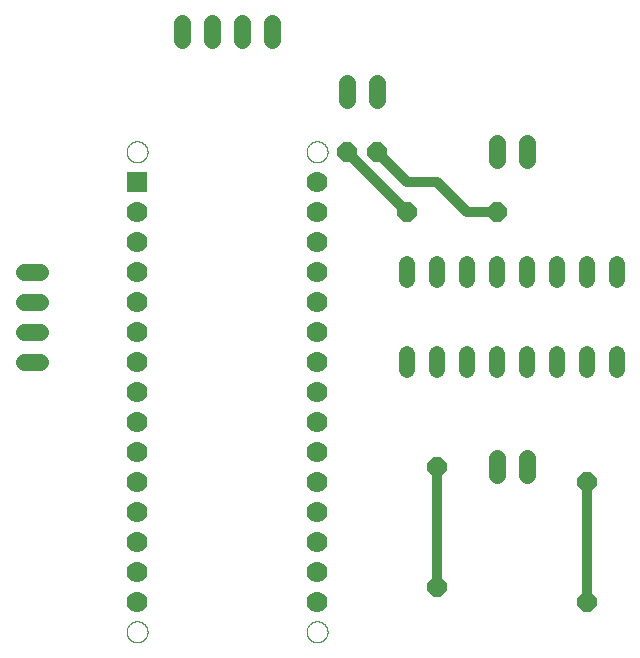
<source format=gtl>
G75*
%MOIN*%
%OFA0B0*%
%FSLAX25Y25*%
%IPPOS*%
%LPD*%
%AMOC8*
5,1,8,0,0,1.08239X$1,22.5*
%
%ADD10R,0.07000X0.07000*%
%ADD11C,0.07000*%
%ADD12C,0.00000*%
%ADD13C,0.05200*%
%ADD14C,0.05600*%
%ADD15OC8,0.06496*%
%ADD16C,0.03200*%
D10*
X0049167Y0187600D03*
D11*
X0049167Y0177600D03*
X0049167Y0167600D03*
X0049167Y0157600D03*
X0049167Y0147600D03*
X0049167Y0137600D03*
X0049167Y0127600D03*
X0049167Y0117600D03*
X0049167Y0107600D03*
X0049167Y0097600D03*
X0049167Y0087600D03*
X0049167Y0077600D03*
X0049167Y0067600D03*
X0049167Y0057600D03*
X0049167Y0047600D03*
X0109167Y0047600D03*
X0109167Y0057600D03*
X0109167Y0067600D03*
X0109167Y0077600D03*
X0109167Y0087600D03*
X0109167Y0097600D03*
X0109167Y0107600D03*
X0109167Y0117600D03*
X0109167Y0127600D03*
X0109167Y0137600D03*
X0109167Y0147600D03*
X0109167Y0157600D03*
X0109167Y0167600D03*
X0109167Y0177600D03*
X0109167Y0187600D03*
D12*
X0045667Y0037600D02*
X0045669Y0037718D01*
X0045675Y0037836D01*
X0045685Y0037954D01*
X0045699Y0038071D01*
X0045717Y0038188D01*
X0045739Y0038305D01*
X0045764Y0038420D01*
X0045794Y0038534D01*
X0045828Y0038648D01*
X0045865Y0038760D01*
X0045906Y0038871D01*
X0045951Y0038980D01*
X0045999Y0039088D01*
X0046051Y0039194D01*
X0046107Y0039299D01*
X0046166Y0039401D01*
X0046228Y0039501D01*
X0046294Y0039599D01*
X0046363Y0039695D01*
X0046436Y0039789D01*
X0046511Y0039880D01*
X0046590Y0039968D01*
X0046671Y0040054D01*
X0046756Y0040137D01*
X0046843Y0040217D01*
X0046932Y0040294D01*
X0047025Y0040368D01*
X0047119Y0040438D01*
X0047216Y0040506D01*
X0047316Y0040570D01*
X0047417Y0040631D01*
X0047520Y0040688D01*
X0047626Y0040742D01*
X0047733Y0040793D01*
X0047841Y0040839D01*
X0047951Y0040882D01*
X0048063Y0040921D01*
X0048176Y0040957D01*
X0048290Y0040988D01*
X0048405Y0041016D01*
X0048520Y0041040D01*
X0048637Y0041060D01*
X0048754Y0041076D01*
X0048872Y0041088D01*
X0048990Y0041096D01*
X0049108Y0041100D01*
X0049226Y0041100D01*
X0049344Y0041096D01*
X0049462Y0041088D01*
X0049580Y0041076D01*
X0049697Y0041060D01*
X0049814Y0041040D01*
X0049929Y0041016D01*
X0050044Y0040988D01*
X0050158Y0040957D01*
X0050271Y0040921D01*
X0050383Y0040882D01*
X0050493Y0040839D01*
X0050601Y0040793D01*
X0050708Y0040742D01*
X0050814Y0040688D01*
X0050917Y0040631D01*
X0051018Y0040570D01*
X0051118Y0040506D01*
X0051215Y0040438D01*
X0051309Y0040368D01*
X0051402Y0040294D01*
X0051491Y0040217D01*
X0051578Y0040137D01*
X0051663Y0040054D01*
X0051744Y0039968D01*
X0051823Y0039880D01*
X0051898Y0039789D01*
X0051971Y0039695D01*
X0052040Y0039599D01*
X0052106Y0039501D01*
X0052168Y0039401D01*
X0052227Y0039299D01*
X0052283Y0039194D01*
X0052335Y0039088D01*
X0052383Y0038980D01*
X0052428Y0038871D01*
X0052469Y0038760D01*
X0052506Y0038648D01*
X0052540Y0038534D01*
X0052570Y0038420D01*
X0052595Y0038305D01*
X0052617Y0038188D01*
X0052635Y0038071D01*
X0052649Y0037954D01*
X0052659Y0037836D01*
X0052665Y0037718D01*
X0052667Y0037600D01*
X0052665Y0037482D01*
X0052659Y0037364D01*
X0052649Y0037246D01*
X0052635Y0037129D01*
X0052617Y0037012D01*
X0052595Y0036895D01*
X0052570Y0036780D01*
X0052540Y0036666D01*
X0052506Y0036552D01*
X0052469Y0036440D01*
X0052428Y0036329D01*
X0052383Y0036220D01*
X0052335Y0036112D01*
X0052283Y0036006D01*
X0052227Y0035901D01*
X0052168Y0035799D01*
X0052106Y0035699D01*
X0052040Y0035601D01*
X0051971Y0035505D01*
X0051898Y0035411D01*
X0051823Y0035320D01*
X0051744Y0035232D01*
X0051663Y0035146D01*
X0051578Y0035063D01*
X0051491Y0034983D01*
X0051402Y0034906D01*
X0051309Y0034832D01*
X0051215Y0034762D01*
X0051118Y0034694D01*
X0051018Y0034630D01*
X0050917Y0034569D01*
X0050814Y0034512D01*
X0050708Y0034458D01*
X0050601Y0034407D01*
X0050493Y0034361D01*
X0050383Y0034318D01*
X0050271Y0034279D01*
X0050158Y0034243D01*
X0050044Y0034212D01*
X0049929Y0034184D01*
X0049814Y0034160D01*
X0049697Y0034140D01*
X0049580Y0034124D01*
X0049462Y0034112D01*
X0049344Y0034104D01*
X0049226Y0034100D01*
X0049108Y0034100D01*
X0048990Y0034104D01*
X0048872Y0034112D01*
X0048754Y0034124D01*
X0048637Y0034140D01*
X0048520Y0034160D01*
X0048405Y0034184D01*
X0048290Y0034212D01*
X0048176Y0034243D01*
X0048063Y0034279D01*
X0047951Y0034318D01*
X0047841Y0034361D01*
X0047733Y0034407D01*
X0047626Y0034458D01*
X0047520Y0034512D01*
X0047417Y0034569D01*
X0047316Y0034630D01*
X0047216Y0034694D01*
X0047119Y0034762D01*
X0047025Y0034832D01*
X0046932Y0034906D01*
X0046843Y0034983D01*
X0046756Y0035063D01*
X0046671Y0035146D01*
X0046590Y0035232D01*
X0046511Y0035320D01*
X0046436Y0035411D01*
X0046363Y0035505D01*
X0046294Y0035601D01*
X0046228Y0035699D01*
X0046166Y0035799D01*
X0046107Y0035901D01*
X0046051Y0036006D01*
X0045999Y0036112D01*
X0045951Y0036220D01*
X0045906Y0036329D01*
X0045865Y0036440D01*
X0045828Y0036552D01*
X0045794Y0036666D01*
X0045764Y0036780D01*
X0045739Y0036895D01*
X0045717Y0037012D01*
X0045699Y0037129D01*
X0045685Y0037246D01*
X0045675Y0037364D01*
X0045669Y0037482D01*
X0045667Y0037600D01*
X0105667Y0037600D02*
X0105669Y0037718D01*
X0105675Y0037836D01*
X0105685Y0037954D01*
X0105699Y0038071D01*
X0105717Y0038188D01*
X0105739Y0038305D01*
X0105764Y0038420D01*
X0105794Y0038534D01*
X0105828Y0038648D01*
X0105865Y0038760D01*
X0105906Y0038871D01*
X0105951Y0038980D01*
X0105999Y0039088D01*
X0106051Y0039194D01*
X0106107Y0039299D01*
X0106166Y0039401D01*
X0106228Y0039501D01*
X0106294Y0039599D01*
X0106363Y0039695D01*
X0106436Y0039789D01*
X0106511Y0039880D01*
X0106590Y0039968D01*
X0106671Y0040054D01*
X0106756Y0040137D01*
X0106843Y0040217D01*
X0106932Y0040294D01*
X0107025Y0040368D01*
X0107119Y0040438D01*
X0107216Y0040506D01*
X0107316Y0040570D01*
X0107417Y0040631D01*
X0107520Y0040688D01*
X0107626Y0040742D01*
X0107733Y0040793D01*
X0107841Y0040839D01*
X0107951Y0040882D01*
X0108063Y0040921D01*
X0108176Y0040957D01*
X0108290Y0040988D01*
X0108405Y0041016D01*
X0108520Y0041040D01*
X0108637Y0041060D01*
X0108754Y0041076D01*
X0108872Y0041088D01*
X0108990Y0041096D01*
X0109108Y0041100D01*
X0109226Y0041100D01*
X0109344Y0041096D01*
X0109462Y0041088D01*
X0109580Y0041076D01*
X0109697Y0041060D01*
X0109814Y0041040D01*
X0109929Y0041016D01*
X0110044Y0040988D01*
X0110158Y0040957D01*
X0110271Y0040921D01*
X0110383Y0040882D01*
X0110493Y0040839D01*
X0110601Y0040793D01*
X0110708Y0040742D01*
X0110814Y0040688D01*
X0110917Y0040631D01*
X0111018Y0040570D01*
X0111118Y0040506D01*
X0111215Y0040438D01*
X0111309Y0040368D01*
X0111402Y0040294D01*
X0111491Y0040217D01*
X0111578Y0040137D01*
X0111663Y0040054D01*
X0111744Y0039968D01*
X0111823Y0039880D01*
X0111898Y0039789D01*
X0111971Y0039695D01*
X0112040Y0039599D01*
X0112106Y0039501D01*
X0112168Y0039401D01*
X0112227Y0039299D01*
X0112283Y0039194D01*
X0112335Y0039088D01*
X0112383Y0038980D01*
X0112428Y0038871D01*
X0112469Y0038760D01*
X0112506Y0038648D01*
X0112540Y0038534D01*
X0112570Y0038420D01*
X0112595Y0038305D01*
X0112617Y0038188D01*
X0112635Y0038071D01*
X0112649Y0037954D01*
X0112659Y0037836D01*
X0112665Y0037718D01*
X0112667Y0037600D01*
X0112665Y0037482D01*
X0112659Y0037364D01*
X0112649Y0037246D01*
X0112635Y0037129D01*
X0112617Y0037012D01*
X0112595Y0036895D01*
X0112570Y0036780D01*
X0112540Y0036666D01*
X0112506Y0036552D01*
X0112469Y0036440D01*
X0112428Y0036329D01*
X0112383Y0036220D01*
X0112335Y0036112D01*
X0112283Y0036006D01*
X0112227Y0035901D01*
X0112168Y0035799D01*
X0112106Y0035699D01*
X0112040Y0035601D01*
X0111971Y0035505D01*
X0111898Y0035411D01*
X0111823Y0035320D01*
X0111744Y0035232D01*
X0111663Y0035146D01*
X0111578Y0035063D01*
X0111491Y0034983D01*
X0111402Y0034906D01*
X0111309Y0034832D01*
X0111215Y0034762D01*
X0111118Y0034694D01*
X0111018Y0034630D01*
X0110917Y0034569D01*
X0110814Y0034512D01*
X0110708Y0034458D01*
X0110601Y0034407D01*
X0110493Y0034361D01*
X0110383Y0034318D01*
X0110271Y0034279D01*
X0110158Y0034243D01*
X0110044Y0034212D01*
X0109929Y0034184D01*
X0109814Y0034160D01*
X0109697Y0034140D01*
X0109580Y0034124D01*
X0109462Y0034112D01*
X0109344Y0034104D01*
X0109226Y0034100D01*
X0109108Y0034100D01*
X0108990Y0034104D01*
X0108872Y0034112D01*
X0108754Y0034124D01*
X0108637Y0034140D01*
X0108520Y0034160D01*
X0108405Y0034184D01*
X0108290Y0034212D01*
X0108176Y0034243D01*
X0108063Y0034279D01*
X0107951Y0034318D01*
X0107841Y0034361D01*
X0107733Y0034407D01*
X0107626Y0034458D01*
X0107520Y0034512D01*
X0107417Y0034569D01*
X0107316Y0034630D01*
X0107216Y0034694D01*
X0107119Y0034762D01*
X0107025Y0034832D01*
X0106932Y0034906D01*
X0106843Y0034983D01*
X0106756Y0035063D01*
X0106671Y0035146D01*
X0106590Y0035232D01*
X0106511Y0035320D01*
X0106436Y0035411D01*
X0106363Y0035505D01*
X0106294Y0035601D01*
X0106228Y0035699D01*
X0106166Y0035799D01*
X0106107Y0035901D01*
X0106051Y0036006D01*
X0105999Y0036112D01*
X0105951Y0036220D01*
X0105906Y0036329D01*
X0105865Y0036440D01*
X0105828Y0036552D01*
X0105794Y0036666D01*
X0105764Y0036780D01*
X0105739Y0036895D01*
X0105717Y0037012D01*
X0105699Y0037129D01*
X0105685Y0037246D01*
X0105675Y0037364D01*
X0105669Y0037482D01*
X0105667Y0037600D01*
X0105667Y0197600D02*
X0105669Y0197718D01*
X0105675Y0197836D01*
X0105685Y0197954D01*
X0105699Y0198071D01*
X0105717Y0198188D01*
X0105739Y0198305D01*
X0105764Y0198420D01*
X0105794Y0198534D01*
X0105828Y0198648D01*
X0105865Y0198760D01*
X0105906Y0198871D01*
X0105951Y0198980D01*
X0105999Y0199088D01*
X0106051Y0199194D01*
X0106107Y0199299D01*
X0106166Y0199401D01*
X0106228Y0199501D01*
X0106294Y0199599D01*
X0106363Y0199695D01*
X0106436Y0199789D01*
X0106511Y0199880D01*
X0106590Y0199968D01*
X0106671Y0200054D01*
X0106756Y0200137D01*
X0106843Y0200217D01*
X0106932Y0200294D01*
X0107025Y0200368D01*
X0107119Y0200438D01*
X0107216Y0200506D01*
X0107316Y0200570D01*
X0107417Y0200631D01*
X0107520Y0200688D01*
X0107626Y0200742D01*
X0107733Y0200793D01*
X0107841Y0200839D01*
X0107951Y0200882D01*
X0108063Y0200921D01*
X0108176Y0200957D01*
X0108290Y0200988D01*
X0108405Y0201016D01*
X0108520Y0201040D01*
X0108637Y0201060D01*
X0108754Y0201076D01*
X0108872Y0201088D01*
X0108990Y0201096D01*
X0109108Y0201100D01*
X0109226Y0201100D01*
X0109344Y0201096D01*
X0109462Y0201088D01*
X0109580Y0201076D01*
X0109697Y0201060D01*
X0109814Y0201040D01*
X0109929Y0201016D01*
X0110044Y0200988D01*
X0110158Y0200957D01*
X0110271Y0200921D01*
X0110383Y0200882D01*
X0110493Y0200839D01*
X0110601Y0200793D01*
X0110708Y0200742D01*
X0110814Y0200688D01*
X0110917Y0200631D01*
X0111018Y0200570D01*
X0111118Y0200506D01*
X0111215Y0200438D01*
X0111309Y0200368D01*
X0111402Y0200294D01*
X0111491Y0200217D01*
X0111578Y0200137D01*
X0111663Y0200054D01*
X0111744Y0199968D01*
X0111823Y0199880D01*
X0111898Y0199789D01*
X0111971Y0199695D01*
X0112040Y0199599D01*
X0112106Y0199501D01*
X0112168Y0199401D01*
X0112227Y0199299D01*
X0112283Y0199194D01*
X0112335Y0199088D01*
X0112383Y0198980D01*
X0112428Y0198871D01*
X0112469Y0198760D01*
X0112506Y0198648D01*
X0112540Y0198534D01*
X0112570Y0198420D01*
X0112595Y0198305D01*
X0112617Y0198188D01*
X0112635Y0198071D01*
X0112649Y0197954D01*
X0112659Y0197836D01*
X0112665Y0197718D01*
X0112667Y0197600D01*
X0112665Y0197482D01*
X0112659Y0197364D01*
X0112649Y0197246D01*
X0112635Y0197129D01*
X0112617Y0197012D01*
X0112595Y0196895D01*
X0112570Y0196780D01*
X0112540Y0196666D01*
X0112506Y0196552D01*
X0112469Y0196440D01*
X0112428Y0196329D01*
X0112383Y0196220D01*
X0112335Y0196112D01*
X0112283Y0196006D01*
X0112227Y0195901D01*
X0112168Y0195799D01*
X0112106Y0195699D01*
X0112040Y0195601D01*
X0111971Y0195505D01*
X0111898Y0195411D01*
X0111823Y0195320D01*
X0111744Y0195232D01*
X0111663Y0195146D01*
X0111578Y0195063D01*
X0111491Y0194983D01*
X0111402Y0194906D01*
X0111309Y0194832D01*
X0111215Y0194762D01*
X0111118Y0194694D01*
X0111018Y0194630D01*
X0110917Y0194569D01*
X0110814Y0194512D01*
X0110708Y0194458D01*
X0110601Y0194407D01*
X0110493Y0194361D01*
X0110383Y0194318D01*
X0110271Y0194279D01*
X0110158Y0194243D01*
X0110044Y0194212D01*
X0109929Y0194184D01*
X0109814Y0194160D01*
X0109697Y0194140D01*
X0109580Y0194124D01*
X0109462Y0194112D01*
X0109344Y0194104D01*
X0109226Y0194100D01*
X0109108Y0194100D01*
X0108990Y0194104D01*
X0108872Y0194112D01*
X0108754Y0194124D01*
X0108637Y0194140D01*
X0108520Y0194160D01*
X0108405Y0194184D01*
X0108290Y0194212D01*
X0108176Y0194243D01*
X0108063Y0194279D01*
X0107951Y0194318D01*
X0107841Y0194361D01*
X0107733Y0194407D01*
X0107626Y0194458D01*
X0107520Y0194512D01*
X0107417Y0194569D01*
X0107316Y0194630D01*
X0107216Y0194694D01*
X0107119Y0194762D01*
X0107025Y0194832D01*
X0106932Y0194906D01*
X0106843Y0194983D01*
X0106756Y0195063D01*
X0106671Y0195146D01*
X0106590Y0195232D01*
X0106511Y0195320D01*
X0106436Y0195411D01*
X0106363Y0195505D01*
X0106294Y0195601D01*
X0106228Y0195699D01*
X0106166Y0195799D01*
X0106107Y0195901D01*
X0106051Y0196006D01*
X0105999Y0196112D01*
X0105951Y0196220D01*
X0105906Y0196329D01*
X0105865Y0196440D01*
X0105828Y0196552D01*
X0105794Y0196666D01*
X0105764Y0196780D01*
X0105739Y0196895D01*
X0105717Y0197012D01*
X0105699Y0197129D01*
X0105685Y0197246D01*
X0105675Y0197364D01*
X0105669Y0197482D01*
X0105667Y0197600D01*
X0045667Y0197600D02*
X0045669Y0197718D01*
X0045675Y0197836D01*
X0045685Y0197954D01*
X0045699Y0198071D01*
X0045717Y0198188D01*
X0045739Y0198305D01*
X0045764Y0198420D01*
X0045794Y0198534D01*
X0045828Y0198648D01*
X0045865Y0198760D01*
X0045906Y0198871D01*
X0045951Y0198980D01*
X0045999Y0199088D01*
X0046051Y0199194D01*
X0046107Y0199299D01*
X0046166Y0199401D01*
X0046228Y0199501D01*
X0046294Y0199599D01*
X0046363Y0199695D01*
X0046436Y0199789D01*
X0046511Y0199880D01*
X0046590Y0199968D01*
X0046671Y0200054D01*
X0046756Y0200137D01*
X0046843Y0200217D01*
X0046932Y0200294D01*
X0047025Y0200368D01*
X0047119Y0200438D01*
X0047216Y0200506D01*
X0047316Y0200570D01*
X0047417Y0200631D01*
X0047520Y0200688D01*
X0047626Y0200742D01*
X0047733Y0200793D01*
X0047841Y0200839D01*
X0047951Y0200882D01*
X0048063Y0200921D01*
X0048176Y0200957D01*
X0048290Y0200988D01*
X0048405Y0201016D01*
X0048520Y0201040D01*
X0048637Y0201060D01*
X0048754Y0201076D01*
X0048872Y0201088D01*
X0048990Y0201096D01*
X0049108Y0201100D01*
X0049226Y0201100D01*
X0049344Y0201096D01*
X0049462Y0201088D01*
X0049580Y0201076D01*
X0049697Y0201060D01*
X0049814Y0201040D01*
X0049929Y0201016D01*
X0050044Y0200988D01*
X0050158Y0200957D01*
X0050271Y0200921D01*
X0050383Y0200882D01*
X0050493Y0200839D01*
X0050601Y0200793D01*
X0050708Y0200742D01*
X0050814Y0200688D01*
X0050917Y0200631D01*
X0051018Y0200570D01*
X0051118Y0200506D01*
X0051215Y0200438D01*
X0051309Y0200368D01*
X0051402Y0200294D01*
X0051491Y0200217D01*
X0051578Y0200137D01*
X0051663Y0200054D01*
X0051744Y0199968D01*
X0051823Y0199880D01*
X0051898Y0199789D01*
X0051971Y0199695D01*
X0052040Y0199599D01*
X0052106Y0199501D01*
X0052168Y0199401D01*
X0052227Y0199299D01*
X0052283Y0199194D01*
X0052335Y0199088D01*
X0052383Y0198980D01*
X0052428Y0198871D01*
X0052469Y0198760D01*
X0052506Y0198648D01*
X0052540Y0198534D01*
X0052570Y0198420D01*
X0052595Y0198305D01*
X0052617Y0198188D01*
X0052635Y0198071D01*
X0052649Y0197954D01*
X0052659Y0197836D01*
X0052665Y0197718D01*
X0052667Y0197600D01*
X0052665Y0197482D01*
X0052659Y0197364D01*
X0052649Y0197246D01*
X0052635Y0197129D01*
X0052617Y0197012D01*
X0052595Y0196895D01*
X0052570Y0196780D01*
X0052540Y0196666D01*
X0052506Y0196552D01*
X0052469Y0196440D01*
X0052428Y0196329D01*
X0052383Y0196220D01*
X0052335Y0196112D01*
X0052283Y0196006D01*
X0052227Y0195901D01*
X0052168Y0195799D01*
X0052106Y0195699D01*
X0052040Y0195601D01*
X0051971Y0195505D01*
X0051898Y0195411D01*
X0051823Y0195320D01*
X0051744Y0195232D01*
X0051663Y0195146D01*
X0051578Y0195063D01*
X0051491Y0194983D01*
X0051402Y0194906D01*
X0051309Y0194832D01*
X0051215Y0194762D01*
X0051118Y0194694D01*
X0051018Y0194630D01*
X0050917Y0194569D01*
X0050814Y0194512D01*
X0050708Y0194458D01*
X0050601Y0194407D01*
X0050493Y0194361D01*
X0050383Y0194318D01*
X0050271Y0194279D01*
X0050158Y0194243D01*
X0050044Y0194212D01*
X0049929Y0194184D01*
X0049814Y0194160D01*
X0049697Y0194140D01*
X0049580Y0194124D01*
X0049462Y0194112D01*
X0049344Y0194104D01*
X0049226Y0194100D01*
X0049108Y0194100D01*
X0048990Y0194104D01*
X0048872Y0194112D01*
X0048754Y0194124D01*
X0048637Y0194140D01*
X0048520Y0194160D01*
X0048405Y0194184D01*
X0048290Y0194212D01*
X0048176Y0194243D01*
X0048063Y0194279D01*
X0047951Y0194318D01*
X0047841Y0194361D01*
X0047733Y0194407D01*
X0047626Y0194458D01*
X0047520Y0194512D01*
X0047417Y0194569D01*
X0047316Y0194630D01*
X0047216Y0194694D01*
X0047119Y0194762D01*
X0047025Y0194832D01*
X0046932Y0194906D01*
X0046843Y0194983D01*
X0046756Y0195063D01*
X0046671Y0195146D01*
X0046590Y0195232D01*
X0046511Y0195320D01*
X0046436Y0195411D01*
X0046363Y0195505D01*
X0046294Y0195601D01*
X0046228Y0195699D01*
X0046166Y0195799D01*
X0046107Y0195901D01*
X0046051Y0196006D01*
X0045999Y0196112D01*
X0045951Y0196220D01*
X0045906Y0196329D01*
X0045865Y0196440D01*
X0045828Y0196552D01*
X0045794Y0196666D01*
X0045764Y0196780D01*
X0045739Y0196895D01*
X0045717Y0197012D01*
X0045699Y0197129D01*
X0045685Y0197246D01*
X0045675Y0197364D01*
X0045669Y0197482D01*
X0045667Y0197600D01*
D13*
X0139167Y0160200D02*
X0139167Y0155000D01*
X0149167Y0155000D02*
X0149167Y0160200D01*
X0159167Y0160200D02*
X0159167Y0155000D01*
X0169167Y0155000D02*
X0169167Y0160200D01*
X0179167Y0160200D02*
X0179167Y0155000D01*
X0189167Y0155000D02*
X0189167Y0160200D01*
X0199167Y0160200D02*
X0199167Y0155000D01*
X0209167Y0155000D02*
X0209167Y0160200D01*
X0209167Y0130200D02*
X0209167Y0125000D01*
X0199167Y0125000D02*
X0199167Y0130200D01*
X0189167Y0130200D02*
X0189167Y0125000D01*
X0179167Y0125000D02*
X0179167Y0130200D01*
X0169167Y0130200D02*
X0169167Y0125000D01*
X0159167Y0125000D02*
X0159167Y0130200D01*
X0149167Y0130200D02*
X0149167Y0125000D01*
X0139167Y0125000D02*
X0139167Y0130200D01*
D14*
X0169167Y0095400D02*
X0169167Y0089800D01*
X0179167Y0089800D02*
X0179167Y0095400D01*
X0179167Y0194800D02*
X0179167Y0200400D01*
X0169167Y0200400D02*
X0169167Y0194800D01*
X0129167Y0214800D02*
X0129167Y0220400D01*
X0119167Y0220400D02*
X0119167Y0214800D01*
X0094167Y0234800D02*
X0094167Y0240400D01*
X0084167Y0240400D02*
X0084167Y0234800D01*
X0074167Y0234800D02*
X0074167Y0240400D01*
X0064167Y0240400D02*
X0064167Y0234800D01*
X0016967Y0157600D02*
X0011367Y0157600D01*
X0011367Y0147600D02*
X0016967Y0147600D01*
X0016967Y0137600D02*
X0011367Y0137600D01*
X0011367Y0127600D02*
X0016967Y0127600D01*
D15*
X0119167Y0197600D03*
X0129167Y0197600D03*
X0139167Y0177600D03*
X0169167Y0177600D03*
X0149167Y0092600D03*
X0149167Y0052600D03*
X0199167Y0047600D03*
X0199167Y0087600D03*
D16*
X0199167Y0047600D01*
X0149167Y0052600D02*
X0149167Y0092600D01*
X0159167Y0177600D02*
X0169167Y0177600D01*
X0159167Y0177600D02*
X0149167Y0187600D01*
X0139167Y0187600D01*
X0129167Y0197600D01*
X0119167Y0197600D02*
X0139167Y0177600D01*
M02*

</source>
